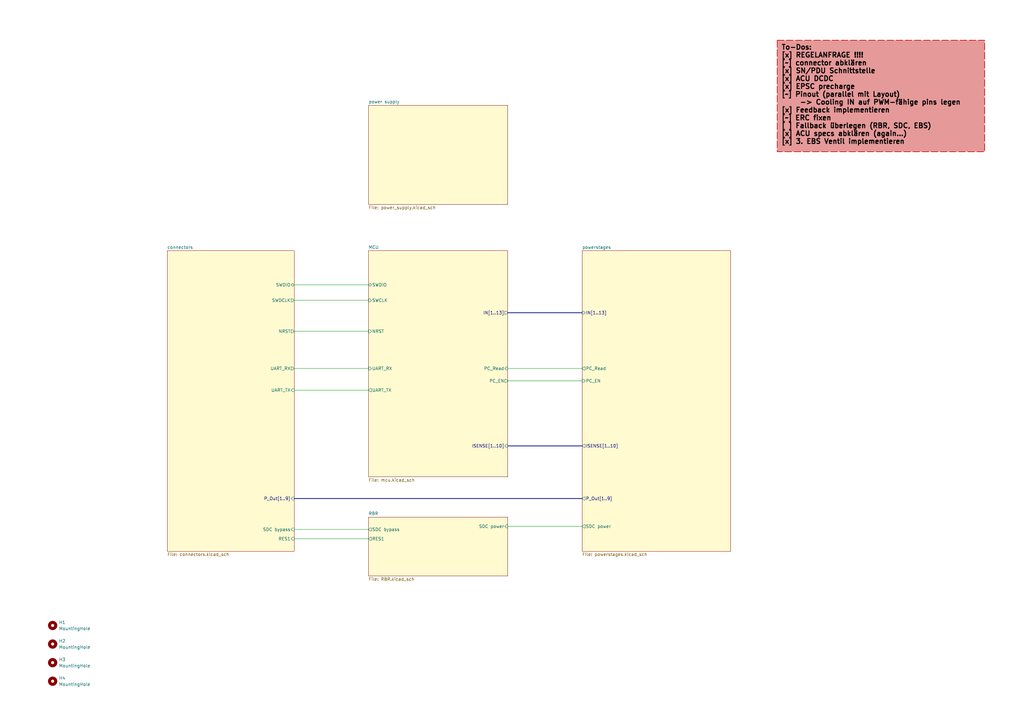
<source format=kicad_sch>
(kicad_sch (version 20231120) (generator "eeschema") (generator_version "8.0")
  (paper "A3")
  (title_block (title "PDU FT25") (date "2024-11-23") (rev "V1.1") (company "Janek Herm") (comment 1 "FaSTTUBe Electronics"))
  (lib_symbols
    (symbol "Mechanical:MountingHole" (pin_names (offset 1.016))
      (property "Reference" "H" (at 0 5.08 0))
      (property "Value" "MountingHole" (at 0 3.175 0))
      (symbol "MountingHole_0_1"
        (circle (center 0 0) (radius 1.27) (stroke (width 1.27)))
      )
    )
  )
  (wire (pts (xy 208.28 215.9) (xy 238.76 215.9)))
  (wire (pts (xy 120.65 160.02) (xy 151.13 160.02)))
  (wire (pts (xy 120.65 220.98) (xy 151.13 220.98)))
  (bus (pts (xy 208.28 128.27) (xy 238.76 128.27)))
  (wire (pts (xy 208.28 156.21) (xy 238.76 156.21)))
  (wire (pts (xy 120.65 135.89) (xy 151.13 135.89)))
  (wire (pts (xy 120.65 116.84) (xy 151.13 116.84)))
  (wire (pts (xy 120.65 123.19) (xy 151.13 123.19)))
  (bus (pts (xy 208.28 182.88) (xy 238.76 182.88)))
  (wire (pts (xy 120.65 151.13) (xy 151.13 151.13)))
  (wire (pts (xy 208.28 151.13) (xy 238.76 151.13)))
  (wire (pts (xy 151.13 217.17) (xy 120.65 217.17)))
  (bus (pts (xy 120.65 204.47) (xy 238.76 204.47)))
  (text_box "To-Dos:\n[x] REGELANFRAGE !!!!\n[~] connector abklären\n[x] SN/PDU Schnittstelle\n[x] ACU DCDC\n[x] EPSC precharge\n[~] Pinout (parallel mit Layout)\n	-> Cooling IN auf PWM-fähige pins legen\n[x] Feedback implementieren\n[~] ERC fixen\n[ ] Fallback überlegen (RBR, SDC, EBS)\n[x] ACU specs abklären (again...)\n[x] 3. EBS Ventil implementieren" (at 318.77 16.51 0) (size 85.09 45.72) (stroke (width 0.25) (type dash) (color 194 0 0 1)) (fill (type color) (color 194 0 0 0.4)) (effects (font (size 2 2) (thickness 0.4) (bold yes)) (justify left top)))
  (symbol (lib_id "Mechanical:MountingHole") (at 21.59 271.78 0) (unit 1)
    (property "Reference" "H3" (at 24.13 270.5099 0) (effects (justify left)))
    (property "Value" "MountingHole" (at 24.13 273.0499 0) (effects (justify left)))
    (property "Footprint" "MountingHole:MountingHole_4.3mm_M4" (effects (hide yes)))
  )
  (symbol (lib_id "Mechanical:MountingHole") (at 21.59 279.4 0) (unit 1)
    (property "Reference" "H4" (at 24.13 278.1299 0) (effects (justify left)))
    (property "Value" "MountingHole" (at 24.13 280.6699 0) (effects (justify left)))
    (property "Footprint" "MountingHole:MountingHole_4.3mm_M4" (effects (hide yes)))
  )
  (symbol (lib_id "Mechanical:MountingHole") (at 21.59 264.16 0) (unit 1)
    (property "Reference" "H2" (at 24.13 262.8899 0) (effects (justify left)))
    (property "Value" "MountingHole" (at 24.13 265.4299 0) (effects (justify left)))
    (property "Footprint" "MountingHole:MountingHole_4.3mm_M4" (effects (hide yes)))
  )
  (symbol (lib_id "Mechanical:MountingHole") (at 21.59 256.54 0) (unit 1)
    (property "Reference" "H1" (at 24.13 255.2699 0) (effects (justify left)))
    (property "Value" "MountingHole" (at 24.13 257.8099 0) (effects (justify left)))
    (property "Footprint" "MountingHole:MountingHole_4.3mm_M4" (effects (hide yes)))
  )
  (sheet (at 151.13 102.87) (size 57.15 92.71) (stroke (width 0.1524)) (fill (color 255 250 208 1.0000))
    (property "Sheetname" "MCU" (at 151.13 102.1584 0) (effects (justify left bottom)))
    (property "Sheetfile" "mcu.kicad_sch" (at 151.13 196.1646 0) (effects (justify left top)))
    (pin "NRST" input (at 151.13 135.89 180))
    (pin "UART_TX" output (at 151.13 160.02 180))
    (pin "UART_RX" input (at 151.13 151.13 180))
    (pin "SWCLK" input (at 151.13 123.19 180))
    (pin "SWDIO" bidirectional (at 151.13 116.84 180))
    (pin "ISENSE[1..10]" input (at 208.28 182.88 0))
    (pin "PC_EN" output (at 208.28 156.21 0))
    (pin "PC_Read" input (at 208.28 151.13 0))
    (pin "IN[1..13]" output (at 208.28 128.27 0))
  )
  (sheet (at 151.13 43.18) (size 57.15 40.64) (stroke (width 0.1524)) (fill (color 255 250 208 1.0000))
    (property "Sheetname" "power supply" (at 151.13 42.4684 0) (effects (justify left bottom)))
    (property "Sheetfile" "power_supply.kicad_sch" (at 151.13 84.4046 0) (effects (justify left top)))
  )
  (sheet (at 238.76 102.87) (size 60.96 123.19) (stroke (width 0.1524)) (fill (color 255 250 208 1.0000))
    (property "Sheetname" "powerstages" (at 238.76 102.1584 0) (effects (justify left bottom)))
    (property "Sheetfile" "powerstages.kicad_sch" (at 238.76 226.6446 0) (effects (justify left top)))
    (pin "ISENSE[1..10]" output (at 238.76 182.88 180))
    (pin "P_Out[1..9]" output (at 238.76 204.47 180))
    (pin "PC_EN" input (at 238.76 156.21 180))
    (pin "SDC power" output (at 238.76 215.9 180))
    (pin "PC_Read" output (at 238.76 151.13 180))
    (pin "IN[1..13]" input (at 238.76 128.27 180))
  )
  (sheet (at 151.13 212.09) (size 57.15 24.13) (stroke (width 0.1524)) (fill (color 255 250 208 1.0000))
    (property "Sheetname" "RBR" (at 151.13 211.3784 0) (effects (justify left bottom)))
    (property "Sheetfile" "RBR.kicad_sch" (at 151.13 236.8046 0) (effects (justify left top)))
    (pin "SDC power" input (at 208.28 215.9 0))
    (pin "SDC bypass" output (at 151.13 217.17 180))
    (pin "RES1" output (at 151.13 220.98 180))
  )
  (sheet (at 68.58 102.87) (size 52.07 123.19) (stroke (width 0.1524)) (fill (color 255 250 208 1.0000))
    (property "Sheetname" "connectors" (at 68.58 102.1584 0) (effects (justify left bottom)))
    (property "Sheetfile" "connectors.kicad_sch" (at 68.58 226.6446 0) (effects (justify left top)))
    (pin "UART_TX" input (at 120.65 160.02 0))
    (pin "UART_RX" output (at 120.65 151.13 0))
    (pin "NRST" output (at 120.65 135.89 0))
    (pin "SWDCLK" output (at 120.65 123.19 0))
    (pin "SWDIO" bidirectional (at 120.65 116.84 0))
    (pin "P_Out[1..9]" input (at 120.65 204.47 0))
    (pin "RES1" input (at 120.65 220.98 0))
    (pin "SDC bypass" input (at 120.65 217.17 0))
  )
)
</source>
